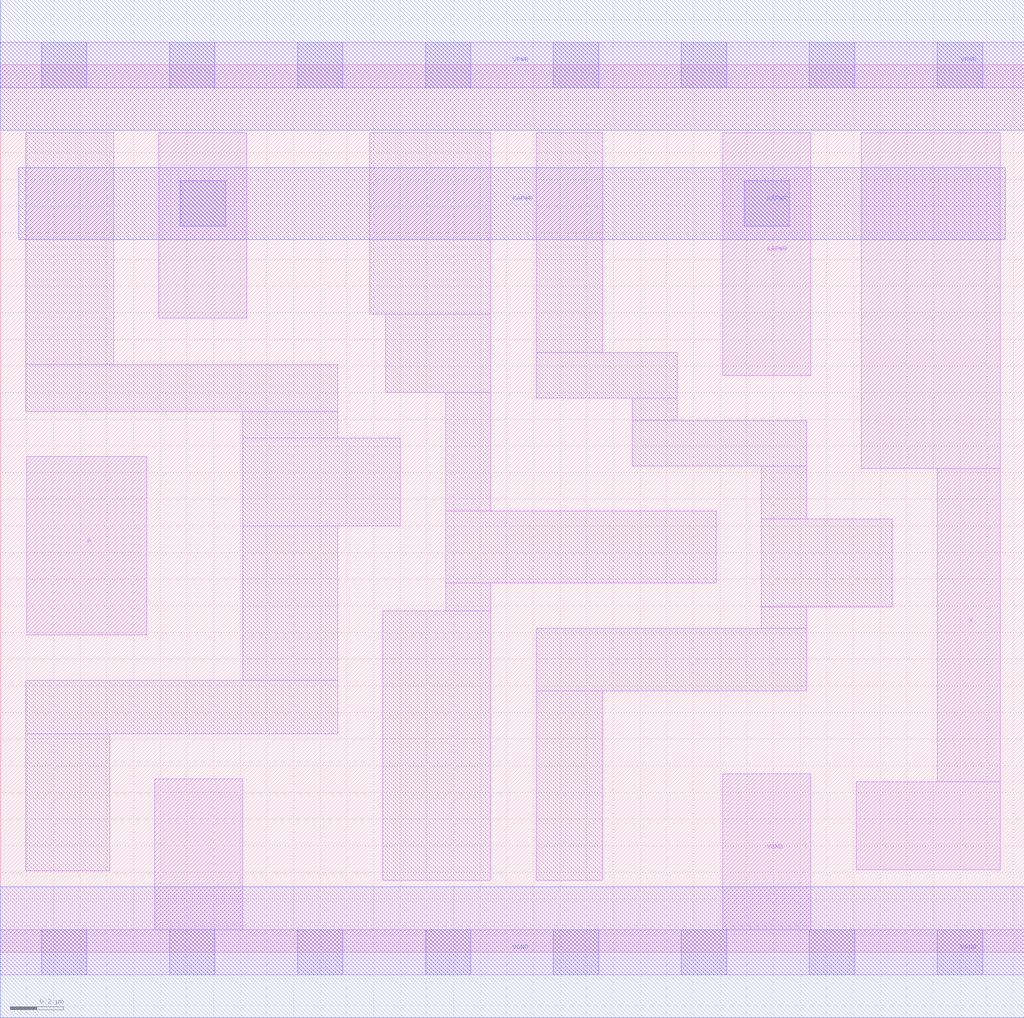
<source format=lef>
# Copyright 2020 The SkyWater PDK Authors
#
# Licensed under the Apache License, Version 2.0 (the "License");
# you may not use this file except in compliance with the License.
# You may obtain a copy of the License at
#
#     https://www.apache.org/licenses/LICENSE-2.0
#
# Unless required by applicable law or agreed to in writing, software
# distributed under the License is distributed on an "AS IS" BASIS,
# WITHOUT WARRANTIES OR CONDITIONS OF ANY KIND, either express or implied.
# See the License for the specific language governing permissions and
# limitations under the License.
#
# SPDX-License-Identifier: Apache-2.0

VERSION 5.7 ;
  NAMESCASESENSITIVE ON ;
  NOWIREEXTENSIONATPIN ON ;
  DIVIDERCHAR "/" ;
  BUSBITCHARS "[]" ;
UNITS
  DATABASE MICRONS 200 ;
END UNITS
MACRO sky130_fd_sc_lp__dlybuf4s25kapwr_1
  CLASS CORE ;
  SOURCE USER ;
  FOREIGN sky130_fd_sc_lp__dlybuf4s25kapwr_1 ;
  ORIGIN  0.000000  0.000000 ;
  SIZE  3.840000 BY  3.330000 ;
  SYMMETRY X Y ;
  SITE unit ;
  PIN A
    ANTENNAGATEAREA  0.252000 ;
    DIRECTION INPUT ;
    USE SIGNAL ;
    PORT
      LAYER li1 ;
        RECT 0.100000 1.190000 0.550000 1.860000 ;
    END
  END A
  PIN X
    ANTENNADIFFAREA  0.445200 ;
    DIRECTION OUTPUT ;
    USE SIGNAL ;
    PORT
      LAYER li1 ;
        RECT 3.210000 0.310000 3.750000 0.640000 ;
        RECT 3.230000 1.815000 3.750000 3.075000 ;
        RECT 3.515000 0.640000 3.750000 1.815000 ;
    END
  END X
  PIN KAPWR
    DIRECTION INOUT ;
    USE POWER ;
    PORT
      LAYER li1 ;
        RECT 0.595000 2.380000 0.925000 3.075000 ;
        RECT 2.710000 2.165000 3.040000 3.075000 ;
      LAYER mcon ;
        RECT 0.675000 2.725000 0.845000 2.895000 ;
        RECT 2.790000 2.725000 2.960000 2.895000 ;
      LAYER met1 ;
        RECT 0.070000 2.675000 3.770000 2.945000 ;
    END
  END KAPWR
  PIN VGND
    DIRECTION INOUT ;
    USE GROUND ;
    PORT
      LAYER li1 ;
        RECT 0.000000 -0.085000 3.840000 0.085000 ;
        RECT 0.580000  0.085000 0.910000 0.650000 ;
        RECT 2.710000  0.085000 3.040000 0.670000 ;
      LAYER mcon ;
        RECT 0.155000 -0.085000 0.325000 0.085000 ;
        RECT 0.635000 -0.085000 0.805000 0.085000 ;
        RECT 1.115000 -0.085000 1.285000 0.085000 ;
        RECT 1.595000 -0.085000 1.765000 0.085000 ;
        RECT 2.075000 -0.085000 2.245000 0.085000 ;
        RECT 2.555000 -0.085000 2.725000 0.085000 ;
        RECT 3.035000 -0.085000 3.205000 0.085000 ;
        RECT 3.515000 -0.085000 3.685000 0.085000 ;
      LAYER met1 ;
        RECT 0.000000 -0.245000 3.840000 0.245000 ;
    END
  END VGND
  PIN VPWR
    DIRECTION INOUT ;
    USE POWER ;
    PORT
      LAYER li1 ;
        RECT 0.000000 3.245000 3.840000 3.415000 ;
      LAYER mcon ;
        RECT 0.155000 3.245000 0.325000 3.415000 ;
        RECT 0.635000 3.245000 0.805000 3.415000 ;
        RECT 1.115000 3.245000 1.285000 3.415000 ;
        RECT 1.595000 3.245000 1.765000 3.415000 ;
        RECT 2.075000 3.245000 2.245000 3.415000 ;
        RECT 2.555000 3.245000 2.725000 3.415000 ;
        RECT 3.035000 3.245000 3.205000 3.415000 ;
        RECT 3.515000 3.245000 3.685000 3.415000 ;
      LAYER met1 ;
        RECT 0.000000 3.085000 3.840000 3.575000 ;
    END
  END VPWR
  OBS
    LAYER li1 ;
      RECT 0.095000 0.305000 0.410000 0.820000 ;
      RECT 0.095000 0.820000 1.265000 1.020000 ;
      RECT 0.095000 2.030000 1.265000 2.205000 ;
      RECT 0.095000 2.205000 0.425000 3.075000 ;
      RECT 0.910000 1.020000 1.265000 1.600000 ;
      RECT 0.910000 1.600000 1.500000 1.930000 ;
      RECT 0.910000 1.930000 1.265000 2.030000 ;
      RECT 1.385000 2.395000 1.840000 3.075000 ;
      RECT 1.435000 0.270000 1.840000 1.280000 ;
      RECT 1.445000 2.100000 1.840000 2.395000 ;
      RECT 1.670000 1.280000 1.840000 1.385000 ;
      RECT 1.670000 1.385000 2.685000 1.655000 ;
      RECT 1.670000 1.655000 1.840000 2.100000 ;
      RECT 2.010000 0.270000 2.260000 0.980000 ;
      RECT 2.010000 0.980000 3.025000 1.215000 ;
      RECT 2.010000 2.080000 2.540000 2.250000 ;
      RECT 2.010000 2.250000 2.260000 3.075000 ;
      RECT 2.370000 1.825000 3.025000 1.995000 ;
      RECT 2.370000 1.995000 2.540000 2.080000 ;
      RECT 2.855000 1.215000 3.025000 1.295000 ;
      RECT 2.855000 1.295000 3.345000 1.625000 ;
      RECT 2.855000 1.625000 3.025000 1.825000 ;
  END
END sky130_fd_sc_lp__dlybuf4s25kapwr_1

</source>
